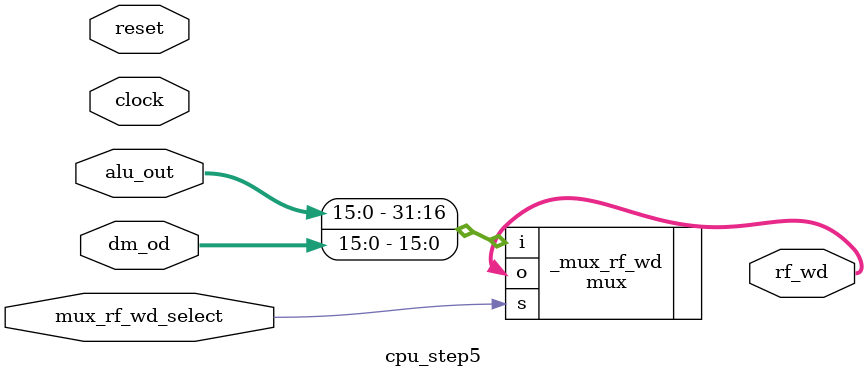
<source format=v>
module cpu_step5(clock, reset, alu_out, dm_od, mux_rf_wd_select, rf_wd);
	input clock, reset;
   input [15:0] alu_out; //from step3
   input [15:0] dm_od;
   input mux_rf_wd_select; //from fsm
   
   output [15:0] rf_wd; 
   //mux_rf_wd
   
   // == мультиплексор: данные, записываемые в регистр ==
   mux #(.DW(16), .CW(1)) _mux_rf_wd(
       .i({alu_out, dm_od}),
       .s(mux_rf_wd_select),
       .o(rf_wd)
   );

endmodule

</source>
